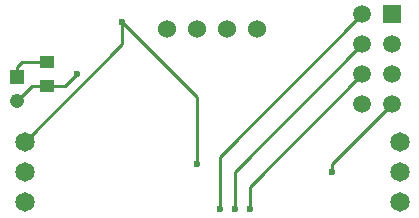
<source format=gbr>
G04 #@! TF.GenerationSoftware,KiCad,Pcbnew,(5.0.2)-1*
G04 #@! TF.CreationDate,2019-08-29T18:00:19-04:00*
G04 #@! TF.ProjectId,IGEM_Device,4947454d-5f44-4657-9669-63652e6b6963,rev?*
G04 #@! TF.SameCoordinates,Original*
G04 #@! TF.FileFunction,Copper,L2,Bot*
G04 #@! TF.FilePolarity,Positive*
%FSLAX46Y46*%
G04 Gerber Fmt 4.6, Leading zero omitted, Abs format (unit mm)*
G04 Created by KiCad (PCBNEW (5.0.2)-1) date 2019-08-29 6:00:19 PM*
%MOMM*%
%LPD*%
G01*
G04 APERTURE LIST*
G04 #@! TA.AperFunction,SMDPad,CuDef*
%ADD10R,1.250000X1.000000*%
G04 #@! TD*
G04 #@! TA.AperFunction,ComponentPad*
%ADD11C,1.651000*%
G04 #@! TD*
G04 #@! TA.AperFunction,ComponentPad*
%ADD12R,1.208000X1.208000*%
G04 #@! TD*
G04 #@! TA.AperFunction,ComponentPad*
%ADD13C,1.208000*%
G04 #@! TD*
G04 #@! TA.AperFunction,ComponentPad*
%ADD14C,1.524000*%
G04 #@! TD*
G04 #@! TA.AperFunction,ComponentPad*
%ADD15R,1.508000X1.508000*%
G04 #@! TD*
G04 #@! TA.AperFunction,ComponentPad*
%ADD16C,1.508000*%
G04 #@! TD*
G04 #@! TA.AperFunction,ViaPad*
%ADD17C,0.600000*%
G04 #@! TD*
G04 #@! TA.AperFunction,Conductor*
%ADD18C,0.250000*%
G04 #@! TD*
G04 APERTURE END LIST*
D10*
G04 #@! TO.P,C3,2*
G04 #@! TO.N,GND*
X143510000Y-58785000D03*
G04 #@! TO.P,C3,1*
G04 #@! TO.N,+BATT*
X143510000Y-56785000D03*
G04 #@! TD*
D11*
G04 #@! TO.P,J8,3*
G04 #@! TO.N,+2V85*
X141605000Y-63500000D03*
G04 #@! TO.P,J8,2*
X141605000Y-66040000D03*
G04 #@! TO.P,J8,1*
X141605000Y-68580000D03*
G04 #@! TD*
G04 #@! TO.P,J9,1*
G04 #@! TO.N,GND*
X173355000Y-68580000D03*
G04 #@! TO.P,J9,2*
X173355000Y-66040000D03*
G04 #@! TO.P,J9,3*
X173355000Y-63500000D03*
G04 #@! TD*
D12*
G04 #@! TO.P,J3,1*
G04 #@! TO.N,+BATT*
X140970000Y-58055000D03*
D13*
G04 #@! TO.P,J3,2*
G04 #@! TO.N,GND*
X140970000Y-60055000D03*
G04 #@! TD*
D14*
G04 #@! TO.P,J4,1*
G04 #@! TO.N,/SCL*
X153670000Y-53975000D03*
G04 #@! TO.P,J4,2*
G04 #@! TO.N,/SDA*
X156210000Y-53975000D03*
G04 #@! TO.P,J4,3*
G04 #@! TO.N,/IP_CONTROL*
X158750000Y-53975000D03*
G04 #@! TO.P,J4,4*
G04 #@! TO.N,/POWER_GOOD*
X161290000Y-53975000D03*
G04 #@! TD*
D15*
G04 #@! TO.P,J1,1*
G04 #@! TO.N,GND*
X172720000Y-52705000D03*
D16*
G04 #@! TO.P,J1,2*
G04 #@! TO.N,/RESET*
X170180000Y-52705000D03*
G04 #@! TO.P,J1,3*
G04 #@! TO.N,GND*
X172720000Y-55245000D03*
G04 #@! TO.P,J1,4*
G04 #@! TO.N,/JTAG_TCXC*
X170180000Y-55245000D03*
G04 #@! TO.P,J1,5*
G04 #@! TO.N,/JTAG_TDI*
X172720000Y-57785000D03*
G04 #@! TO.P,J1,6*
G04 #@! TO.N,/JTAG_TMSC*
X170180000Y-57785000D03*
G04 #@! TO.P,J1,7*
G04 #@! TO.N,/JTAG_TDO*
X172720000Y-60325000D03*
G04 #@! TO.P,J1,8*
G04 #@! TO.N,+2V85*
X170180000Y-60325000D03*
G04 #@! TD*
D17*
G04 #@! TO.N,GND*
X146050000Y-57785000D03*
G04 #@! TO.N,+2V85*
X156210000Y-65405000D03*
X149860000Y-53340000D03*
G04 #@! TO.N,/RESET*
X158115000Y-69215000D03*
G04 #@! TO.N,/JTAG_TCXC*
X159385000Y-69215000D03*
G04 #@! TO.N,/JTAG_TMSC*
X160655000Y-69215000D03*
G04 #@! TO.N,/JTAG_TDO*
X167640000Y-66040000D03*
G04 #@! TD*
D18*
G04 #@! TO.N,GND*
X145050000Y-58785000D02*
X146050000Y-57785000D01*
X143510000Y-58785000D02*
X145050000Y-58785000D01*
X142240000Y-58785000D02*
X140970000Y-60055000D01*
X143510000Y-58785000D02*
X142240000Y-58785000D01*
G04 #@! TO.N,+2V85*
X149860000Y-55245000D02*
X141605000Y-63500000D01*
X149860000Y-53340000D02*
X149860000Y-55245000D01*
X156210000Y-59690000D02*
X149860000Y-53340000D01*
X156210000Y-65405000D02*
X156210000Y-59690000D01*
G04 #@! TO.N,+BATT*
X140970000Y-57201000D02*
X140970000Y-58055000D01*
X141386000Y-56785000D02*
X140970000Y-57201000D01*
X143510000Y-56785000D02*
X141386000Y-56785000D01*
G04 #@! TO.N,/RESET*
X158115000Y-64770000D02*
X170180000Y-52705000D01*
X158115000Y-69215000D02*
X158115000Y-64770000D01*
G04 #@! TO.N,/JTAG_TCXC*
X159385000Y-66040000D02*
X170180000Y-55245000D01*
X159385000Y-69215000D02*
X159385000Y-66040000D01*
G04 #@! TO.N,/JTAG_TMSC*
X160655000Y-67310000D02*
X170180000Y-57785000D01*
X160655000Y-69215000D02*
X160655000Y-67310000D01*
G04 #@! TO.N,/JTAG_TDO*
X167640000Y-65405000D02*
X172720000Y-60325000D01*
X167640000Y-66040000D02*
X167640000Y-65405000D01*
G04 #@! TD*
M02*

</source>
